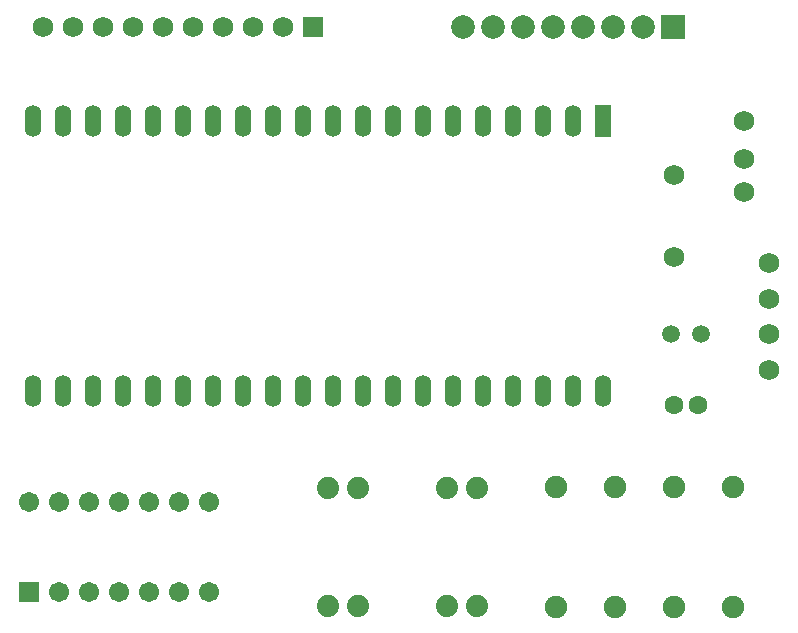
<source format=gts>
G04 Layer_Color=20142*
%FSLAX25Y25*%
%MOIN*%
G70*
G01*
G75*
%ADD30C,0.06800*%
%ADD31C,0.06312*%
%ADD32R,0.06706X0.06706*%
%ADD33C,0.06706*%
%ADD34C,0.07400*%
%ADD35R,0.07887X0.07887*%
%ADD36C,0.07887*%
%ADD37C,0.06902*%
%ADD38R,0.06902X0.06902*%
%ADD39R,0.05524X0.10642*%
%ADD40O,0.05524X0.10642*%
%ADD41C,0.05918*%
%ADD42C,0.07493*%
D30*
X326772Y240157D02*
D03*
Y251969D02*
D03*
X318695Y310433D02*
D03*
X318617Y322835D02*
D03*
Y299213D02*
D03*
X326772Y275591D02*
D03*
Y263780D02*
D03*
X295276Y277559D02*
D03*
Y305118D02*
D03*
D31*
X303213Y228347D02*
D03*
X295213D02*
D03*
D32*
X80236Y166102D02*
D03*
D33*
X90236D02*
D03*
X100236D02*
D03*
X110236D02*
D03*
X120236D02*
D03*
X130236D02*
D03*
X140236D02*
D03*
X80236Y196102D02*
D03*
X90236D02*
D03*
X100236D02*
D03*
X110236D02*
D03*
X120236D02*
D03*
X130236D02*
D03*
X140236D02*
D03*
D34*
X190039Y200787D02*
D03*
X180039D02*
D03*
X229409D02*
D03*
X219409D02*
D03*
X190039Y161417D02*
D03*
X180039D02*
D03*
X229409D02*
D03*
X219409D02*
D03*
D35*
X294843Y354331D02*
D03*
D36*
X284843D02*
D03*
X274843D02*
D03*
X264843D02*
D03*
X254843D02*
D03*
X244843D02*
D03*
X234843D02*
D03*
X224843D02*
D03*
D37*
X84921D02*
D03*
X94921D02*
D03*
X104921D02*
D03*
X114921D02*
D03*
X124921D02*
D03*
X134921D02*
D03*
X144921D02*
D03*
X154921D02*
D03*
X164921D02*
D03*
D38*
X174921D02*
D03*
D39*
X271654Y322835D02*
D03*
D40*
X261654D02*
D03*
X251654D02*
D03*
X241654D02*
D03*
X231654D02*
D03*
X221654D02*
D03*
X211654D02*
D03*
X201654D02*
D03*
X191654D02*
D03*
X181654D02*
D03*
X171654D02*
D03*
X161654D02*
D03*
X151654D02*
D03*
X141654D02*
D03*
X131654D02*
D03*
X121654D02*
D03*
X111654D02*
D03*
X101654D02*
D03*
X91654D02*
D03*
X81654D02*
D03*
X271654Y232835D02*
D03*
X261654D02*
D03*
X251654D02*
D03*
X241654D02*
D03*
X231654D02*
D03*
X221654D02*
D03*
X211654D02*
D03*
X201654D02*
D03*
X191654D02*
D03*
X181654D02*
D03*
X171654D02*
D03*
X161654D02*
D03*
X151654D02*
D03*
X141654D02*
D03*
X131654D02*
D03*
X121654D02*
D03*
X111654D02*
D03*
X101654D02*
D03*
X91654D02*
D03*
X81654D02*
D03*
D41*
X304134Y251969D02*
D03*
X294291D02*
D03*
D42*
X255906Y201102D02*
D03*
Y161102D02*
D03*
X275591Y201102D02*
D03*
Y161102D02*
D03*
X295276Y201102D02*
D03*
Y161102D02*
D03*
X314961Y201102D02*
D03*
Y161102D02*
D03*
M02*

</source>
